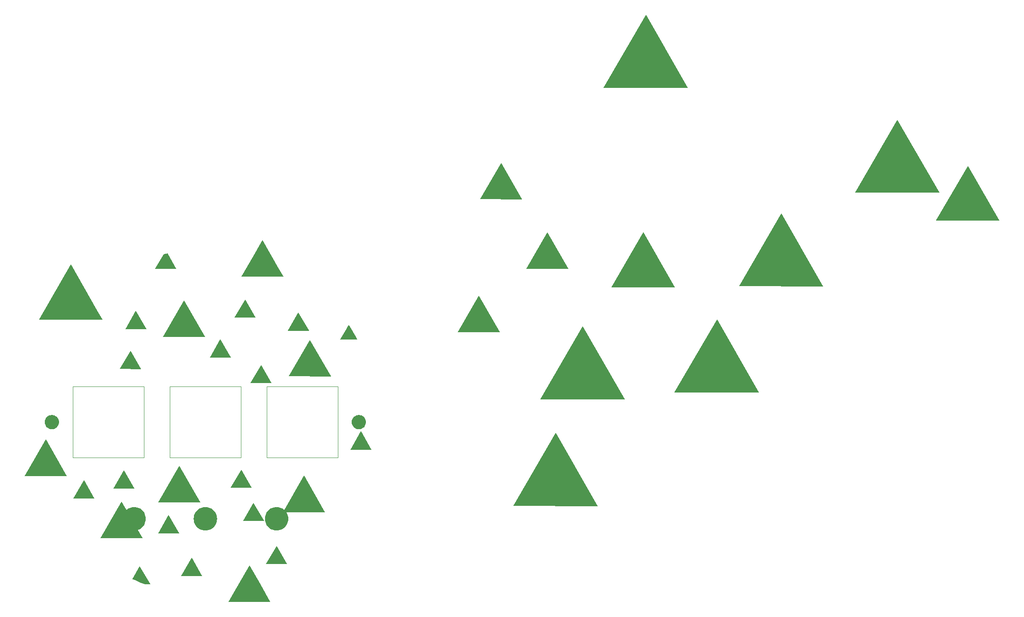
<source format=gbr>
G04 #@! TF.GenerationSoftware,KiCad,Pcbnew,7.0.5*
G04 #@! TF.CreationDate,2024-03-22T21:31:36-05:00*
G04 #@! TF.ProjectId,plate,706c6174-652e-46b6-9963-61645f706362,REV1*
G04 #@! TF.SameCoordinates,Original*
G04 #@! TF.FileFunction,Soldermask,Top*
G04 #@! TF.FilePolarity,Negative*
%FSLAX46Y46*%
G04 Gerber Fmt 4.6, Leading zero omitted, Abs format (unit mm)*
G04 Created by KiCad (PCBNEW 7.0.5) date 2024-03-22 21:31:36*
%MOMM*%
%LPD*%
G01*
G04 APERTURE LIST*
G04 #@! TA.AperFunction,Profile*
%ADD10C,0.120000*%
G04 #@! TD*
G04 APERTURE END LIST*
D10*
X73950000Y-93000000D02*
X87950000Y-93000000D01*
X87950000Y-93000000D02*
X87950000Y-107000000D01*
X87950000Y-107000000D02*
X73950000Y-107000000D01*
X73950000Y-107000000D02*
X73950000Y-93000000D01*
X93000000Y-93000000D02*
X107000000Y-93000000D01*
X107000000Y-93000000D02*
X107000000Y-107000000D01*
X107000000Y-107000000D02*
X93000000Y-107000000D01*
X93000000Y-107000000D02*
X93000000Y-93000000D01*
X112050000Y-93000000D02*
X126050000Y-93000000D01*
X126050000Y-93000000D02*
X126050000Y-107000000D01*
X126050000Y-107000000D02*
X112050000Y-107000000D01*
X112050000Y-107000000D02*
X112050000Y-93000000D01*
G36*
X108654866Y-128157116D02*
G01*
X108658170Y-128160434D01*
X110841390Y-131960898D01*
X112781283Y-135337788D01*
X112782654Y-135348379D01*
X112779997Y-135351827D01*
X112775472Y-135353029D01*
X104498140Y-135335071D01*
X104488285Y-135330964D01*
X104486627Y-135326937D01*
X104487849Y-135322418D01*
X105519841Y-133543878D01*
X105519843Y-133543871D01*
X108642066Y-128163020D01*
X108650550Y-128156538D01*
X108654866Y-128157116D01*
G37*
G36*
X87123983Y-128299328D02*
G01*
X87127287Y-128302646D01*
X89185138Y-131884874D01*
X89186509Y-131895465D01*
X89183852Y-131898913D01*
X89179327Y-131900115D01*
X88224329Y-131898042D01*
X88214538Y-131896204D01*
X87189383Y-131499652D01*
X87189270Y-131499606D01*
X86115710Y-131041367D01*
X86115577Y-131041308D01*
X85663072Y-130829512D01*
X85655871Y-130821631D01*
X85656277Y-130812622D01*
X87111183Y-128305232D01*
X87119667Y-128298750D01*
X87123983Y-128299328D01*
G37*
G36*
X97318721Y-126639200D02*
G01*
X97322025Y-126642518D01*
X99379876Y-130224746D01*
X99381247Y-130235337D01*
X99378590Y-130238785D01*
X99374065Y-130239987D01*
X95242836Y-130231024D01*
X95232981Y-130226917D01*
X95231323Y-130222890D01*
X95232545Y-130218371D01*
X97305921Y-126645104D01*
X97314405Y-126638622D01*
X97318721Y-126639200D01*
G37*
G36*
X114018721Y-124314200D02*
G01*
X114022025Y-124317518D01*
X116079876Y-127899746D01*
X116081247Y-127910337D01*
X116078590Y-127913785D01*
X116074065Y-127914987D01*
X111942836Y-127906024D01*
X111932981Y-127901917D01*
X111931323Y-127897890D01*
X111932545Y-127893371D01*
X114005921Y-124320104D01*
X114014405Y-124313622D01*
X114018721Y-124314200D01*
G37*
G36*
X83533459Y-115629074D02*
G01*
X83536763Y-115632392D01*
X84465095Y-117248397D01*
X84507022Y-117255366D01*
X84599240Y-117174494D01*
X84849500Y-117007276D01*
X85119445Y-116874153D01*
X85404457Y-116777405D01*
X85699659Y-116718685D01*
X86000000Y-116699000D01*
X86300341Y-116718685D01*
X86595543Y-116777405D01*
X86880555Y-116874153D01*
X87150500Y-117007276D01*
X87400760Y-117174494D01*
X87627053Y-117372947D01*
X87825506Y-117599240D01*
X87992724Y-117849500D01*
X88125847Y-118119445D01*
X88222595Y-118404457D01*
X88281315Y-118699659D01*
X88301000Y-119000000D01*
X88281315Y-119300341D01*
X88222595Y-119595543D01*
X88125847Y-119880555D01*
X87992724Y-120150500D01*
X87825506Y-120400760D01*
X87627053Y-120627053D01*
X87400760Y-120825506D01*
X87150500Y-120992724D01*
X86880555Y-121125847D01*
X86754808Y-121168532D01*
X86739837Y-121208179D01*
X87659876Y-122809746D01*
X87661247Y-122820337D01*
X87658590Y-122823785D01*
X87654065Y-122824987D01*
X79376733Y-122807029D01*
X79366878Y-122802922D01*
X79365220Y-122798895D01*
X79366442Y-122794376D01*
X83520659Y-115634978D01*
X83529143Y-115628496D01*
X83533459Y-115629074D01*
G37*
G36*
X92789405Y-118266521D02*
G01*
X92792709Y-118269839D01*
X94850560Y-121852067D01*
X94851931Y-121862658D01*
X94849274Y-121866106D01*
X94844749Y-121867308D01*
X90713520Y-121858345D01*
X90703665Y-121854238D01*
X90702007Y-121850211D01*
X90703229Y-121845692D01*
X92776605Y-118272425D01*
X92785089Y-118265943D01*
X92789405Y-118266521D01*
G37*
G36*
X100300341Y-116718685D02*
G01*
X100595543Y-116777405D01*
X100880555Y-116874153D01*
X101150500Y-117007276D01*
X101400760Y-117174494D01*
X101627053Y-117372947D01*
X101825506Y-117599240D01*
X101992724Y-117849500D01*
X102125847Y-118119445D01*
X102222595Y-118404457D01*
X102281315Y-118699659D01*
X102301000Y-119000000D01*
X102281315Y-119300341D01*
X102222595Y-119595543D01*
X102125847Y-119880555D01*
X101992724Y-120150500D01*
X101825506Y-120400760D01*
X101627053Y-120627053D01*
X101400760Y-120825506D01*
X101150500Y-120992724D01*
X100880555Y-121125847D01*
X100595543Y-121222595D01*
X100300341Y-121281315D01*
X100000000Y-121301000D01*
X99699659Y-121281315D01*
X99404457Y-121222595D01*
X99119445Y-121125847D01*
X98849500Y-120992724D01*
X98599240Y-120825506D01*
X98372947Y-120627053D01*
X98174494Y-120400760D01*
X98007276Y-120150500D01*
X97874153Y-119880555D01*
X97777405Y-119595543D01*
X97718685Y-119300341D01*
X97699000Y-119000000D01*
X97718685Y-118699659D01*
X97777405Y-118404457D01*
X97874153Y-118119445D01*
X98007276Y-117849500D01*
X98174494Y-117599240D01*
X98372947Y-117372947D01*
X98599240Y-117174494D01*
X98849500Y-117007276D01*
X99119445Y-116874153D01*
X99404457Y-116777405D01*
X99699659Y-116718685D01*
X100000000Y-116699000D01*
X100300341Y-116718685D01*
G37*
G36*
X119398651Y-110547786D02*
G01*
X119401955Y-110551104D01*
X123525068Y-117728458D01*
X123526439Y-117739049D01*
X123523782Y-117742497D01*
X123519257Y-117743699D01*
X115968288Y-117727317D01*
X115942827Y-117774825D01*
X115992724Y-117849500D01*
X116125847Y-118119445D01*
X116222595Y-118404457D01*
X116281315Y-118699659D01*
X116301000Y-119000000D01*
X116281315Y-119300341D01*
X116222595Y-119595543D01*
X116125847Y-119880555D01*
X115992724Y-120150500D01*
X115825506Y-120400760D01*
X115627053Y-120627053D01*
X115400760Y-120825506D01*
X115150500Y-120992724D01*
X114880555Y-121125847D01*
X114595543Y-121222595D01*
X114300341Y-121281315D01*
X114000000Y-121301000D01*
X113699659Y-121281315D01*
X113404457Y-121222595D01*
X113119445Y-121125847D01*
X112849500Y-120992724D01*
X112599240Y-120825506D01*
X112372947Y-120627053D01*
X112174494Y-120400760D01*
X112007276Y-120150500D01*
X111874153Y-119880555D01*
X111777405Y-119595543D01*
X111718685Y-119300341D01*
X111699000Y-119000000D01*
X111718685Y-118699659D01*
X111777405Y-118404457D01*
X111874153Y-118119445D01*
X112007276Y-117849500D01*
X112174494Y-117599240D01*
X112372947Y-117372947D01*
X112599240Y-117174494D01*
X112849500Y-117007276D01*
X113119445Y-116874153D01*
X113404457Y-116777405D01*
X113699659Y-116718685D01*
X114000000Y-116699000D01*
X114300341Y-116718685D01*
X114595543Y-116777405D01*
X114880555Y-116874153D01*
X115150500Y-117007276D01*
X115400760Y-117174494D01*
X115470711Y-117235839D01*
X115512535Y-117228982D01*
X119385851Y-110553690D01*
X119394335Y-110547208D01*
X119398651Y-110547786D01*
G37*
G36*
X109473983Y-115839328D02*
G01*
X109477287Y-115842646D01*
X111535138Y-119424874D01*
X111536509Y-119435465D01*
X111533852Y-119438913D01*
X111529327Y-119440115D01*
X107398098Y-119431152D01*
X107388243Y-119427045D01*
X107386585Y-119423018D01*
X107387807Y-119418499D01*
X109461183Y-115845232D01*
X109469667Y-115838750D01*
X109473983Y-115839328D01*
G37*
G36*
X168834189Y-102133323D02*
G01*
X168837493Y-102136641D01*
X177091129Y-116504249D01*
X177092500Y-116514840D01*
X177089843Y-116518288D01*
X177085318Y-116519490D01*
X160515781Y-116483542D01*
X160505926Y-116479435D01*
X160504268Y-116475408D01*
X160505490Y-116470889D01*
X168821389Y-102139227D01*
X168829873Y-102132745D01*
X168834189Y-102133323D01*
G37*
G36*
X94873459Y-108609074D02*
G01*
X94876763Y-108612392D01*
X98999876Y-115789746D01*
X99001247Y-115800337D01*
X98998590Y-115803785D01*
X98994065Y-115804987D01*
X90716733Y-115787029D01*
X90706878Y-115782922D01*
X90705220Y-115778895D01*
X90706442Y-115774376D01*
X94860659Y-108614978D01*
X94869143Y-108608496D01*
X94873459Y-108609074D01*
G37*
G36*
X76138721Y-111404200D02*
G01*
X76142025Y-111407518D01*
X78199876Y-114989746D01*
X78201247Y-115000337D01*
X78198590Y-115003785D01*
X78194065Y-115004987D01*
X74062836Y-114996024D01*
X74052981Y-114991917D01*
X74051323Y-114987890D01*
X74052545Y-114983371D01*
X76125921Y-111410104D01*
X76134405Y-111403622D01*
X76138721Y-111404200D01*
G37*
G36*
X83998721Y-109474200D02*
G01*
X84002025Y-109477518D01*
X86059876Y-113059746D01*
X86061247Y-113070337D01*
X86058590Y-113073785D01*
X86054065Y-113074987D01*
X81922836Y-113066024D01*
X81912981Y-113061917D01*
X81911323Y-113057890D01*
X81912545Y-113053371D01*
X83985921Y-109480104D01*
X83994405Y-109473622D01*
X83998721Y-109474200D01*
G37*
G36*
X107038953Y-109329594D02*
G01*
X107042257Y-109332912D01*
X109100108Y-112915140D01*
X109101479Y-112925731D01*
X109098822Y-112929179D01*
X109094297Y-112930381D01*
X104963068Y-112921418D01*
X104953213Y-112917311D01*
X104951555Y-112913284D01*
X104952777Y-112908765D01*
X107026153Y-109335498D01*
X107034637Y-109329016D01*
X107038953Y-109329594D01*
G37*
G36*
X68673459Y-103409074D02*
G01*
X68676763Y-103412392D01*
X72799876Y-110589746D01*
X72801247Y-110600337D01*
X72798590Y-110603785D01*
X72794065Y-110604987D01*
X64516733Y-110587029D01*
X64506878Y-110582922D01*
X64505220Y-110578895D01*
X64506442Y-110574376D01*
X66690165Y-106810936D01*
X68660659Y-103414978D01*
X68669143Y-103408496D01*
X68673459Y-103409074D01*
G37*
G36*
X130568721Y-101844200D02*
G01*
X130572025Y-101847518D01*
X132629876Y-105429746D01*
X132631247Y-105440337D01*
X132628590Y-105443785D01*
X132624065Y-105444987D01*
X128492836Y-105436024D01*
X128482981Y-105431917D01*
X128481323Y-105427890D01*
X128482545Y-105423371D01*
X130555921Y-101850104D01*
X130564405Y-101843622D01*
X130568721Y-101844200D01*
G37*
G36*
X70193925Y-98641870D02*
G01*
X70412775Y-98717002D01*
X70616274Y-98827130D01*
X70798871Y-98969251D01*
X70955586Y-99139488D01*
X71082143Y-99333198D01*
X71175090Y-99545096D01*
X71231892Y-99769403D01*
X71251000Y-100000000D01*
X71231892Y-100230597D01*
X71175090Y-100454904D01*
X71082143Y-100666802D01*
X70955586Y-100860512D01*
X70798871Y-101030749D01*
X70616274Y-101172870D01*
X70412775Y-101282998D01*
X70193925Y-101358130D01*
X69965694Y-101396215D01*
X69734306Y-101396215D01*
X69506075Y-101358130D01*
X69287225Y-101282998D01*
X69083726Y-101172870D01*
X68901129Y-101030749D01*
X68744414Y-100860512D01*
X68617857Y-100666802D01*
X68524910Y-100454904D01*
X68468108Y-100230597D01*
X68449000Y-100000000D01*
X68468108Y-99769403D01*
X68524910Y-99545096D01*
X68617857Y-99333198D01*
X68744414Y-99139488D01*
X68901129Y-98969251D01*
X69083726Y-98827130D01*
X69287225Y-98717002D01*
X69506075Y-98641870D01*
X69734306Y-98603785D01*
X69965694Y-98603785D01*
X70193925Y-98641870D01*
G37*
G36*
X130493925Y-98641870D02*
G01*
X130712775Y-98717002D01*
X130916274Y-98827130D01*
X131098871Y-98969251D01*
X131255586Y-99139488D01*
X131382143Y-99333198D01*
X131475090Y-99545096D01*
X131531892Y-99769403D01*
X131551000Y-100000000D01*
X131531892Y-100230597D01*
X131475090Y-100454904D01*
X131382143Y-100666802D01*
X131255586Y-100860512D01*
X131098871Y-101030749D01*
X130916274Y-101172870D01*
X130712775Y-101282998D01*
X130493925Y-101358130D01*
X130265694Y-101396215D01*
X130034306Y-101396215D01*
X129806075Y-101358130D01*
X129587225Y-101282998D01*
X129383726Y-101172870D01*
X129201129Y-101030749D01*
X129044414Y-100860512D01*
X128917857Y-100666802D01*
X128824910Y-100454904D01*
X128768108Y-100230597D01*
X128749000Y-100000000D01*
X128768108Y-99769403D01*
X128824910Y-99545096D01*
X128917857Y-99333198D01*
X129044414Y-99139488D01*
X129201129Y-98969251D01*
X129383726Y-98827130D01*
X129587225Y-98717002D01*
X129806075Y-98641870D01*
X130034306Y-98603785D01*
X130265694Y-98603785D01*
X130493925Y-98641870D01*
G37*
G36*
X174152659Y-81156460D02*
G01*
X174155963Y-81159778D01*
X182409599Y-95527386D01*
X182410970Y-95537977D01*
X182408313Y-95541425D01*
X182403788Y-95542627D01*
X165834251Y-95506679D01*
X165824396Y-95502572D01*
X165822738Y-95498545D01*
X165823960Y-95494026D01*
X174139859Y-81162364D01*
X174148343Y-81155882D01*
X174152659Y-81156460D01*
G37*
G36*
X200516333Y-79799239D02*
G01*
X200519637Y-79802557D01*
X208773273Y-94170165D01*
X208774644Y-94180756D01*
X208771987Y-94184204D01*
X208767462Y-94185406D01*
X192197925Y-94149458D01*
X192188070Y-94145351D01*
X192186412Y-94141324D01*
X192187634Y-94136805D01*
X200503533Y-79805143D01*
X200512017Y-79798661D01*
X200516333Y-79799239D01*
G37*
G36*
X110934824Y-88754200D02*
G01*
X110938128Y-88757518D01*
X112995979Y-92339746D01*
X112997350Y-92350337D01*
X112994693Y-92353785D01*
X112990168Y-92354987D01*
X108858939Y-92346024D01*
X108849084Y-92341917D01*
X108847426Y-92337890D01*
X108848648Y-92333371D01*
X110922024Y-88760104D01*
X110930508Y-88753622D01*
X110934824Y-88754200D01*
G37*
G36*
X120565665Y-83827064D02*
G01*
X120568969Y-83830382D01*
X124692082Y-91007736D01*
X124693453Y-91018327D01*
X124690796Y-91021775D01*
X124686271Y-91022977D01*
X116408939Y-91005019D01*
X116399084Y-91000912D01*
X116397426Y-90996885D01*
X116398648Y-90992366D01*
X120552865Y-83832968D01*
X120561349Y-83826486D01*
X120565665Y-83827064D01*
G37*
G36*
X85313721Y-85979200D02*
G01*
X85317025Y-85982518D01*
X87374876Y-89564746D01*
X87376247Y-89575337D01*
X87373590Y-89578785D01*
X87369065Y-89579987D01*
X83237836Y-89571024D01*
X83227981Y-89566917D01*
X83226323Y-89562890D01*
X83227545Y-89558371D01*
X85300921Y-85985104D01*
X85309405Y-85978622D01*
X85313721Y-85979200D01*
G37*
G36*
X102934462Y-83726074D02*
G01*
X102937766Y-83729392D01*
X104995617Y-87311620D01*
X104996988Y-87322211D01*
X104994331Y-87325659D01*
X104989806Y-87326861D01*
X100858577Y-87317898D01*
X100848722Y-87313791D01*
X100847064Y-87309764D01*
X100848286Y-87305245D01*
X102921662Y-83731978D01*
X102930146Y-83725496D01*
X102934462Y-83726074D01*
G37*
G36*
X128133000Y-80907664D02*
G01*
X128134998Y-80909518D01*
X128375051Y-81259761D01*
X128375081Y-81259807D01*
X129001638Y-82244860D01*
X129001657Y-82244891D01*
X129594034Y-83250877D01*
X129594060Y-83250923D01*
X129861646Y-83743250D01*
X129862766Y-83753868D01*
X129859842Y-83757482D01*
X129855863Y-83758489D01*
X126490258Y-83751188D01*
X126480403Y-83747081D01*
X126478745Y-83743054D01*
X126479967Y-83738535D01*
X127346596Y-82244983D01*
X128119220Y-80913437D01*
X128127704Y-80906955D01*
X128133000Y-80907664D01*
G37*
G36*
X95828983Y-76074328D02*
G01*
X95832287Y-76077646D01*
X99955400Y-83255000D01*
X99956771Y-83265591D01*
X99954114Y-83269039D01*
X99949589Y-83270241D01*
X91672257Y-83252283D01*
X91662402Y-83248176D01*
X91660744Y-83244149D01*
X91661966Y-83239630D01*
X95816183Y-76080232D01*
X95824667Y-76073750D01*
X95828983Y-76074328D01*
G37*
G36*
X153748459Y-75134074D02*
G01*
X153751763Y-75137392D01*
X157874876Y-82314746D01*
X157876247Y-82325337D01*
X157873590Y-82328785D01*
X157869065Y-82329987D01*
X149591733Y-82312029D01*
X149581878Y-82307922D01*
X149580220Y-82303895D01*
X149581442Y-82299376D01*
X153735659Y-75139978D01*
X153744143Y-75133496D01*
X153748459Y-75134074D01*
G37*
G36*
X118263721Y-78454200D02*
G01*
X118267025Y-78457518D01*
X120324876Y-82039746D01*
X120326247Y-82050337D01*
X120323590Y-82053785D01*
X120319065Y-82054987D01*
X116187836Y-82046024D01*
X116177981Y-82041917D01*
X116176323Y-82037890D01*
X116177545Y-82033371D01*
X118250921Y-78460104D01*
X118259405Y-78453622D01*
X118263721Y-78454200D01*
G37*
G36*
X86355056Y-78129878D02*
G01*
X86358360Y-78133196D01*
X88416211Y-81715424D01*
X88417582Y-81726015D01*
X88414925Y-81729463D01*
X88410400Y-81730665D01*
X84279171Y-81721702D01*
X84269316Y-81717595D01*
X84267658Y-81713568D01*
X84268880Y-81709049D01*
X86342256Y-78135782D01*
X86350740Y-78129300D01*
X86355056Y-78129878D01*
G37*
G36*
X73593983Y-69079328D02*
G01*
X73597287Y-69082646D01*
X78712074Y-77986267D01*
X79785662Y-79855128D01*
X79787033Y-79865719D01*
X79784376Y-79869167D01*
X79779851Y-79870369D01*
X67356416Y-79843416D01*
X67346561Y-79839309D01*
X67344903Y-79835282D01*
X67346125Y-79830763D01*
X73581183Y-69085232D01*
X73589667Y-69078750D01*
X73593983Y-69079328D01*
G37*
G36*
X107828983Y-75874328D02*
G01*
X107832287Y-75877646D01*
X109890138Y-79459874D01*
X109891509Y-79470465D01*
X109888852Y-79473913D01*
X109884327Y-79475115D01*
X105753098Y-79466152D01*
X105743243Y-79462045D01*
X105741585Y-79458018D01*
X105742807Y-79453499D01*
X107816183Y-75880232D01*
X107824667Y-75873750D01*
X107828983Y-75874328D01*
G37*
G36*
X186016989Y-62733029D02*
G01*
X186020293Y-62736347D01*
X192208668Y-73508829D01*
X192210039Y-73519420D01*
X192207382Y-73522868D01*
X192202857Y-73524070D01*
X179779422Y-73497117D01*
X179769567Y-73493010D01*
X179767909Y-73488983D01*
X179769131Y-73484464D01*
X186004189Y-62738933D01*
X186012673Y-62732451D01*
X186016989Y-62733029D01*
G37*
G36*
X213152659Y-58956460D02*
G01*
X213155963Y-58959778D01*
X221409599Y-73327386D01*
X221410970Y-73337977D01*
X221408313Y-73341425D01*
X221403788Y-73342627D01*
X204834251Y-73306679D01*
X204824396Y-73302572D01*
X204822738Y-73298545D01*
X204823960Y-73294026D01*
X213139859Y-58962364D01*
X213148343Y-58955882D01*
X213152659Y-58956460D01*
G37*
G36*
X111205665Y-64227064D02*
G01*
X111208969Y-64230382D01*
X114471955Y-69910460D01*
X115332082Y-71407736D01*
X115333453Y-71418327D01*
X115330796Y-71421775D01*
X115326271Y-71422977D01*
X107048939Y-71405019D01*
X107039084Y-71400912D01*
X107037426Y-71396885D01*
X107038648Y-71392366D01*
X109399893Y-67322985D01*
X109399893Y-67322982D01*
X111192865Y-64232968D01*
X111201349Y-64226486D01*
X111205665Y-64227064D01*
G37*
G36*
X167198459Y-62684074D02*
G01*
X167201763Y-62687392D01*
X171324876Y-69864746D01*
X171326247Y-69875337D01*
X171323590Y-69878785D01*
X171319065Y-69879987D01*
X163041733Y-69862029D01*
X163031878Y-69857922D01*
X163030220Y-69853895D01*
X163031442Y-69849376D01*
X167185659Y-62689978D01*
X167194143Y-62683496D01*
X167198459Y-62684074D01*
G37*
G36*
X92576964Y-66823503D02*
G01*
X92579747Y-66826376D01*
X94315979Y-69848741D01*
X94317350Y-69859332D01*
X94314693Y-69862780D01*
X94310168Y-69863982D01*
X90178939Y-69855019D01*
X90169057Y-69850901D01*
X90167423Y-69846943D01*
X90168661Y-69842343D01*
X91814381Y-67006099D01*
X91830082Y-66994105D01*
X92562758Y-66821197D01*
X92576964Y-66823503D01*
G37*
G36*
X249808197Y-49613946D02*
G01*
X249811501Y-49617264D01*
X255999876Y-60389746D01*
X256001247Y-60400337D01*
X255998590Y-60403785D01*
X255994065Y-60404987D01*
X243570630Y-60378034D01*
X243560775Y-60373927D01*
X243559117Y-60369900D01*
X243560339Y-60365381D01*
X249795397Y-49619850D01*
X249803881Y-49613368D01*
X249808197Y-49613946D01*
G37*
G36*
X158098459Y-49034074D02*
G01*
X158101763Y-49037392D01*
X162224876Y-56214746D01*
X162226247Y-56225337D01*
X162223590Y-56228785D01*
X162219065Y-56229987D01*
X153941733Y-56212029D01*
X153931878Y-56207922D01*
X153930220Y-56203895D01*
X153931442Y-56199376D01*
X158085659Y-49039978D01*
X158094143Y-49033496D01*
X158098459Y-49034074D01*
G37*
G36*
X235952659Y-40556460D02*
G01*
X235955963Y-40559778D01*
X244209599Y-54927386D01*
X244210970Y-54937977D01*
X244208313Y-54941425D01*
X244203788Y-54942627D01*
X227634251Y-54906679D01*
X227624396Y-54902572D01*
X227622738Y-54898545D01*
X227623960Y-54894026D01*
X235939859Y-40562364D01*
X235948343Y-40555882D01*
X235952659Y-40556460D01*
G37*
G36*
X186552659Y-19956460D02*
G01*
X186555963Y-19959778D01*
X194809599Y-34327386D01*
X194810970Y-34337977D01*
X194808313Y-34341425D01*
X194803788Y-34342627D01*
X178234251Y-34306679D01*
X178224396Y-34302572D01*
X178222738Y-34298545D01*
X178223960Y-34294026D01*
X186539859Y-19962364D01*
X186548343Y-19955882D01*
X186552659Y-19956460D01*
G37*
M02*

</source>
